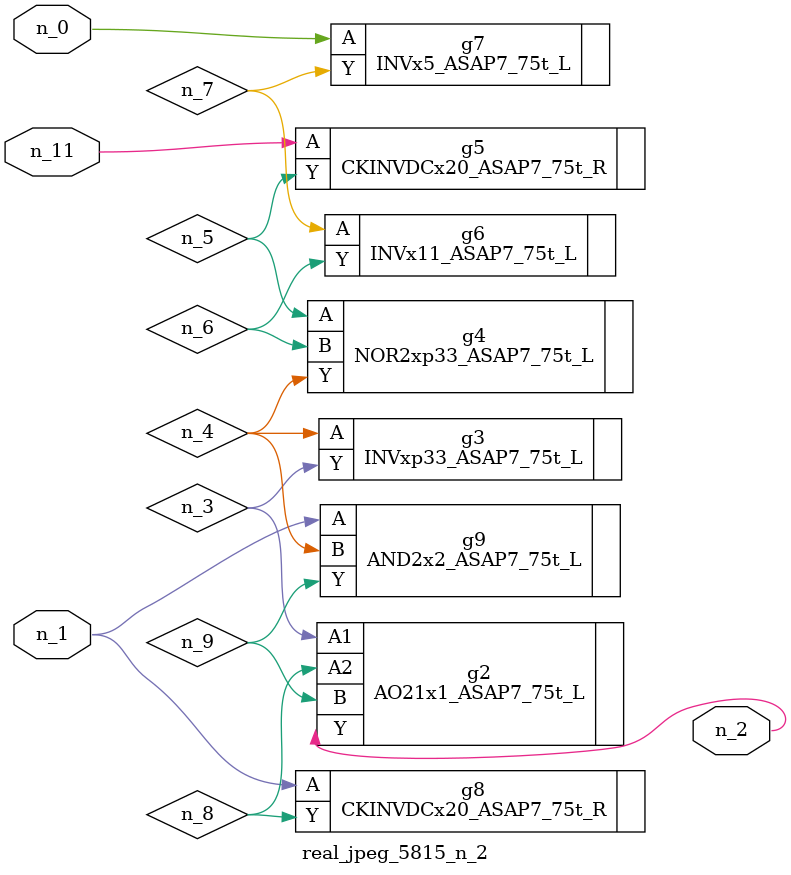
<source format=v>
module real_jpeg_5815_n_2 (n_1, n_11, n_0, n_2);

input n_1;
input n_11;
input n_0;

output n_2;

wire n_5;
wire n_8;
wire n_4;
wire n_6;
wire n_7;
wire n_3;
wire n_9;

INVx5_ASAP7_75t_L g7 ( 
.A(n_0),
.Y(n_7)
);

CKINVDCx20_ASAP7_75t_R g8 ( 
.A(n_1),
.Y(n_8)
);

AND2x2_ASAP7_75t_L g9 ( 
.A(n_1),
.B(n_4),
.Y(n_9)
);

AO21x1_ASAP7_75t_L g2 ( 
.A1(n_3),
.A2(n_8),
.B(n_9),
.Y(n_2)
);

INVxp33_ASAP7_75t_L g3 ( 
.A(n_4),
.Y(n_3)
);

NOR2xp33_ASAP7_75t_L g4 ( 
.A(n_5),
.B(n_6),
.Y(n_4)
);

INVx11_ASAP7_75t_L g6 ( 
.A(n_7),
.Y(n_6)
);

CKINVDCx20_ASAP7_75t_R g5 ( 
.A(n_11),
.Y(n_5)
);


endmodule
</source>
